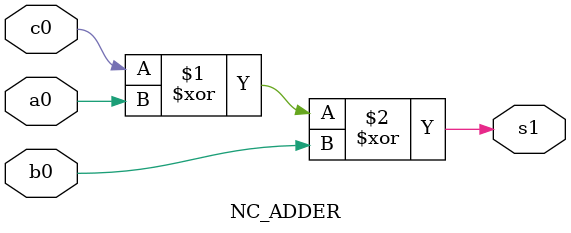
<source format=v>
module NC_ADDER(
    input a0,
	input b0,
	input c0,
	output s1

);
    
    
	assign s1 = c0 ^ a0 ^ b0;

endmodule 
</source>
